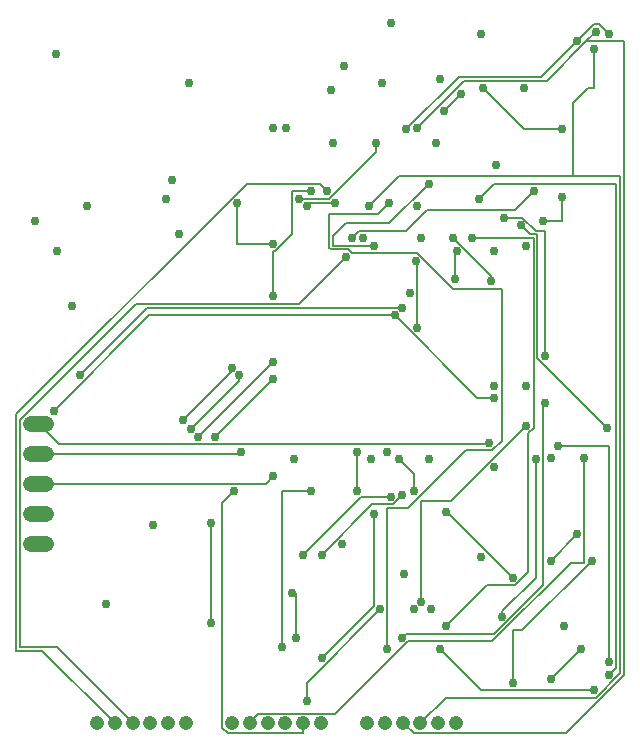
<source format=gbl>
G04 EAGLE Gerber RS-274X export*
G75*
%MOMM*%
%FSLAX34Y34*%
%LPD*%
%INBottom Copper*%
%IPPOS*%
%AMOC8*
5,1,8,0,0,1.08239X$1,22.5*%
G01*
%ADD10C,1.320800*%
%ADD11C,1.208000*%
%ADD12C,0.756400*%
%ADD13C,0.152400*%


D10*
X31496Y304800D02*
X44704Y304800D01*
X44704Y279400D02*
X31496Y279400D01*
X31496Y254000D02*
X44704Y254000D01*
X44704Y228600D02*
X31496Y228600D01*
X31496Y203200D02*
X44704Y203200D01*
D11*
X277100Y51100D03*
X262100Y51100D03*
X247100Y51100D03*
X232100Y51100D03*
X217100Y51100D03*
X202100Y51100D03*
X391400Y51100D03*
X376400Y51100D03*
X361400Y51100D03*
X346400Y51100D03*
X331400Y51100D03*
X316400Y51100D03*
X162800Y51100D03*
X147800Y51100D03*
X132800Y51100D03*
X117800Y51100D03*
X102800Y51100D03*
X87800Y51100D03*
D12*
X328613Y593725D03*
X296863Y608013D03*
X52388Y617538D03*
X236538Y555625D03*
X287338Y542925D03*
X374650Y542925D03*
X336550Y644525D03*
X254000Y274638D03*
X319088Y274638D03*
X368300Y274638D03*
X423863Y268288D03*
X450850Y336550D03*
X358775Y488950D03*
X450850Y455613D03*
X165100Y593725D03*
X377825Y596900D03*
X146050Y495300D03*
X412750Y635000D03*
X355600Y147638D03*
X157163Y465138D03*
X369888Y147638D03*
X150813Y511175D03*
X53975Y450850D03*
X449263Y588963D03*
X95250Y152400D03*
X482600Y133350D03*
X471488Y276225D03*
X312738Y461963D03*
X361950Y461963D03*
X423863Y450850D03*
X134938Y219075D03*
X247650Y555625D03*
X423863Y336550D03*
X333375Y280988D03*
X295275Y203200D03*
X347663Y177800D03*
X285750Y587375D03*
X34925Y476250D03*
X425450Y523875D03*
X79375Y488950D03*
X66675Y404813D03*
D13*
X414338Y588963D02*
X449263Y554038D01*
X481013Y554038D01*
D12*
X414338Y588963D03*
X481013Y554038D03*
D13*
X130175Y403225D02*
X73025Y346075D01*
X130175Y403225D02*
X346075Y403225D01*
D12*
X73025Y346075D03*
X346075Y403225D03*
D13*
X284163Y495300D02*
X258763Y495300D01*
X284163Y495300D02*
X323850Y534988D01*
X323850Y542925D01*
D12*
X258763Y495300D03*
X323850Y542925D03*
D13*
X268288Y492125D02*
X265113Y488950D01*
X268288Y492125D02*
X288925Y492125D01*
D12*
X265113Y488950D03*
X288925Y492125D03*
D13*
X307975Y280988D02*
X307975Y247650D01*
X358775Y385763D02*
X358775Y442913D01*
X357188Y442913D01*
D12*
X307975Y247650D03*
X307975Y280988D03*
X358775Y385763D03*
X357188Y442913D03*
D13*
X419100Y288925D02*
X417513Y287338D01*
X55563Y287338D01*
X38100Y304800D01*
X388938Y461963D02*
X420688Y430213D01*
X420688Y425450D01*
D12*
X419100Y288925D03*
X388938Y461963D03*
X420688Y425450D03*
D13*
X481013Y476250D02*
X481013Y496888D01*
X481013Y476250D02*
X465138Y476250D01*
D12*
X481013Y496888D03*
X465138Y476250D03*
D13*
X209550Y280988D02*
X207963Y279400D01*
X38100Y279400D01*
D12*
X209550Y280988D03*
D13*
X230188Y254000D02*
X236538Y260350D01*
X230188Y254000D02*
X38100Y254000D01*
D12*
X236538Y260350D03*
D13*
X184150Y220663D02*
X184150Y136525D01*
X390525Y427038D02*
X390525Y450850D01*
X392113Y450850D01*
D12*
X184150Y136525D03*
X184150Y220663D03*
X390525Y427038D03*
X392113Y450850D03*
X412750Y192088D03*
X352425Y415925D03*
D13*
X381000Y569913D02*
X395288Y584200D01*
D12*
X395288Y584200D03*
X381000Y569913D03*
D13*
X244475Y247650D02*
X244475Y115888D01*
X244475Y247650D02*
X268288Y247650D01*
D12*
X244475Y115888D03*
X268288Y247650D03*
D13*
X322263Y150813D02*
X277813Y106363D01*
X322263Y150813D02*
X322263Y228600D01*
D12*
X277813Y106363D03*
X322263Y228600D03*
D13*
X236538Y412750D02*
X236538Y450850D01*
X238125Y450850D01*
X252413Y465138D01*
X252413Y501650D01*
X268288Y501650D01*
D12*
X236538Y412750D03*
X268288Y501650D03*
D13*
X206375Y492125D02*
X206375Y457200D01*
X236538Y457200D01*
D12*
X206375Y492125D03*
X236538Y457200D03*
D13*
X236538Y357188D02*
X173038Y293688D01*
D12*
X173038Y293688D03*
X236538Y357188D03*
D13*
X201613Y349250D02*
X160338Y307975D01*
X201613Y349250D02*
X201613Y352425D01*
D12*
X160338Y307975D03*
X201613Y352425D03*
D13*
X207963Y341313D02*
X166688Y300038D01*
X207963Y341313D02*
X207963Y346075D01*
D12*
X166688Y300038D03*
X207963Y346075D03*
D13*
X236538Y342900D02*
X187325Y293688D01*
D12*
X187325Y293688D03*
X236538Y342900D03*
D13*
X463550Y598488D02*
X493713Y628650D01*
X463550Y598488D02*
X393700Y598488D01*
X349250Y554038D01*
X512763Y642938D02*
X520700Y635000D01*
X512763Y642938D02*
X508000Y642938D01*
X493713Y628650D01*
D12*
X493713Y628650D03*
X349250Y554038D03*
X520700Y635000D03*
D13*
X501650Y628650D02*
X468313Y595313D01*
X501650Y628650D02*
X509588Y636588D01*
X468313Y595313D02*
X398463Y595313D01*
X358775Y555625D01*
X347663Y50800D02*
X355600Y42863D01*
X484188Y42863D01*
X533400Y92075D01*
X533400Y628650D01*
X501650Y628650D01*
X347663Y50800D02*
X346400Y51100D01*
D12*
X509588Y636588D03*
X358775Y555625D03*
D13*
X508000Y588963D02*
X508000Y622300D01*
X508000Y588963D02*
X503238Y588963D01*
X490538Y576263D01*
X490538Y514350D01*
X342900Y514350D01*
X317500Y488950D01*
X382588Y73025D02*
X361950Y52388D01*
X382588Y73025D02*
X509588Y73025D01*
X530225Y93663D01*
X530225Y514350D01*
X490538Y514350D01*
X361950Y52388D02*
X361400Y51100D01*
D12*
X508000Y622300D03*
X317500Y488950D03*
D13*
X500063Y276225D02*
X500063Y187325D01*
X488950Y187325D01*
X422275Y120650D01*
X350838Y120650D01*
X288925Y58738D01*
X223838Y58738D01*
X217488Y52388D01*
X217100Y51100D01*
D12*
X500063Y276225D03*
D13*
X349250Y127000D02*
X346075Y123825D01*
X349250Y127000D02*
X423863Y127000D01*
X465138Y168275D01*
X465138Y322263D01*
X466725Y322263D01*
X466725Y361950D02*
X466725Y468313D01*
X458788Y468313D01*
X447675Y479425D01*
X431800Y479425D01*
D12*
X346075Y123825D03*
X466725Y322263D03*
X466725Y361950D03*
X431800Y479425D03*
D13*
X377825Y114300D02*
X412750Y79375D01*
X508000Y79375D01*
X520700Y92075D02*
X527050Y98425D01*
X527050Y508000D01*
X423863Y508000D01*
X411163Y495300D01*
D12*
X377825Y114300D03*
X508000Y79375D03*
X520700Y92075D03*
X411163Y495300D03*
D13*
X417513Y168275D02*
X382588Y133350D01*
X417513Y168275D02*
X441325Y168275D01*
X452438Y179388D01*
X452438Y296863D01*
X457200Y301625D01*
X457200Y461963D01*
X404813Y461963D01*
D12*
X382588Y133350D03*
X404813Y461963D03*
D13*
X520700Y285750D02*
X520700Y103188D01*
X520700Y285750D02*
X477838Y285750D01*
D12*
X520700Y103188D03*
X477838Y285750D03*
D13*
X493713Y211138D02*
X471488Y188913D01*
D12*
X471488Y188913D03*
X493713Y211138D03*
D13*
X430213Y146050D02*
X430213Y141288D01*
X430213Y146050D02*
X458788Y174625D01*
X458788Y274638D01*
D12*
X430213Y141288D03*
X458788Y274638D03*
D13*
X409575Y327025D02*
X339725Y396875D01*
X409575Y327025D02*
X423863Y327025D01*
X131763Y396875D02*
X50800Y315913D01*
X131763Y396875D02*
X339725Y396875D01*
D12*
X339725Y396875D03*
X423863Y327025D03*
X50800Y315913D03*
D13*
X258763Y406400D02*
X298450Y446088D01*
X258763Y406400D02*
X120650Y406400D01*
X22225Y307975D01*
X22225Y115888D01*
X53975Y115888D01*
X117475Y52388D01*
X117800Y51100D01*
D12*
X298450Y446088D03*
D13*
X282575Y501650D02*
X276225Y508000D01*
X214313Y508000D01*
X19050Y312738D01*
X19050Y112713D01*
X41275Y112713D01*
X101600Y52388D01*
X102800Y51100D01*
D12*
X282575Y501650D03*
D13*
X441325Y485775D02*
X457200Y501650D01*
X441325Y485775D02*
X366713Y485775D01*
X349250Y468313D01*
X309563Y468313D01*
X303213Y461963D01*
D12*
X457200Y501650D03*
X303213Y461963D03*
D13*
X255588Y161925D02*
X255588Y123825D01*
X255588Y161925D02*
X252413Y161925D01*
D12*
X255588Y123825D03*
X252413Y161925D03*
D13*
X439738Y130175D02*
X439738Y85725D01*
X439738Y130175D02*
X447675Y130175D01*
X506413Y188913D01*
X519113Y301625D02*
X460375Y360363D01*
X460375Y465138D01*
X454025Y465138D01*
X446088Y473075D01*
D12*
X439738Y85725D03*
X506413Y188913D03*
X519113Y301625D03*
X446088Y473075D03*
D13*
X333375Y233363D02*
X333375Y114300D01*
X333375Y233363D02*
X350838Y233363D01*
X400050Y282575D01*
X422275Y282575D01*
X430213Y290513D01*
X430213Y419100D01*
X388938Y419100D01*
X358775Y449263D01*
X303213Y449263D01*
X300038Y452438D01*
X285750Y452438D01*
X284163Y454025D01*
X284163Y482600D01*
X325438Y482600D01*
X334963Y492125D01*
D12*
X333375Y114300D03*
X334963Y492125D03*
D13*
X361950Y239713D02*
X361950Y153988D01*
X361950Y239713D02*
X387350Y239713D01*
X450850Y303213D01*
D12*
X361950Y153988D03*
X450850Y303213D03*
D13*
X334963Y474663D02*
X368300Y508000D01*
X334963Y474663D02*
X298450Y474663D01*
X287338Y463550D01*
X287338Y455613D01*
X322263Y455613D01*
D12*
X368300Y508000D03*
X322263Y455613D03*
D13*
X311150Y242888D02*
X261938Y193675D01*
X311150Y242888D02*
X336550Y242888D01*
D12*
X261938Y193675D03*
X336550Y242888D03*
D13*
X471488Y88900D02*
X496888Y114300D01*
D12*
X471488Y88900D03*
X496888Y114300D03*
D13*
X320675Y236538D02*
X277813Y193675D01*
X320675Y236538D02*
X338138Y236538D01*
X346075Y244475D01*
D12*
X277813Y193675D03*
X346075Y244475D03*
D13*
X384175Y230188D02*
X439738Y174625D01*
X384175Y230188D02*
X382588Y230188D01*
D12*
X439738Y174625D03*
X382588Y230188D03*
D13*
X355600Y261938D02*
X342900Y274638D01*
X355600Y261938D02*
X355600Y247650D01*
X327025Y147638D02*
X265113Y85725D01*
X265113Y69850D01*
D12*
X342900Y274638D03*
X355600Y247650D03*
X327025Y147638D03*
X265113Y69850D03*
D13*
X193675Y238125D02*
X203200Y247650D01*
X193675Y238125D02*
X193675Y47625D01*
X198438Y42863D01*
X261938Y42863D01*
X261938Y50800D01*
X262100Y51100D01*
D12*
X203200Y247650D03*
M02*

</source>
